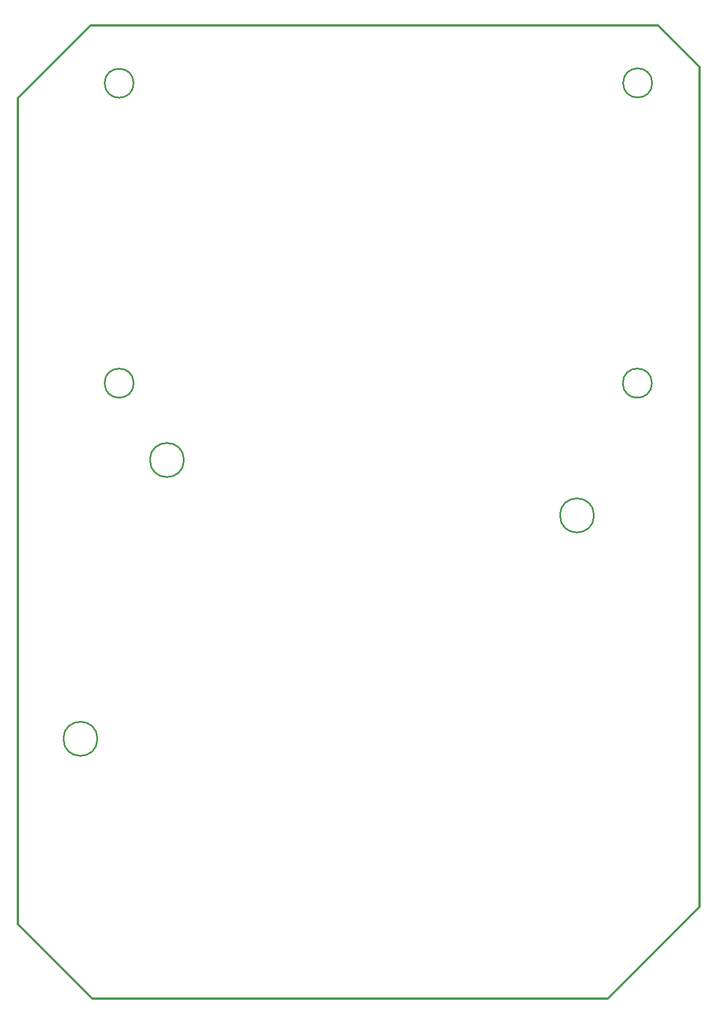
<source format=gm1>
G04*
G04 #@! TF.GenerationSoftware,Altium Limited,Altium Designer,24.5.2 (23)*
G04*
G04 Layer_Color=255*
%FSLAX25Y25*%
%MOIN*%
G70*
G04*
G04 #@! TF.SameCoordinates,EA20CDAA-E86A-485A-94B0-CAF5119035BD*
G04*
G04*
G04 #@! TF.FilePolarity,Positive*
G04*
G01*
G75*
%ADD28C,0.01000*%
%ADD29C,0.01200*%
G54D28*
X-80257Y461614D02*
G03*
X-80257Y461614I-8373J0D01*
G01*
X-80210Y288386D02*
G03*
X-80210Y288386I-8420J0D01*
G01*
X219504Y461744D02*
G03*
X219504Y461744I-8421J0D01*
G01*
X219319Y288386D02*
G03*
X219319Y288386I-8421J0D01*
G01*
X-101157Y83000D02*
G03*
X-101157Y83000I-9843J0D01*
G01*
X-51157Y244000D02*
G03*
X-51157Y244000I-9843J0D01*
G01*
X185843Y212000D02*
G03*
X185843Y212000I-9843J0D01*
G01*
G54D29*
X-105000Y495000D02*
X223000D01*
X234000Y484000D01*
X247000Y471000D01*
Y-14000D02*
Y471000D01*
X-147000Y-24000D02*
Y11000D01*
Y-24000D02*
X-104000Y-67000D01*
X194000D01*
X247000Y-14000D01*
X-147000Y453000D02*
X-105000Y495000D01*
X-147000Y11000D02*
Y453000D01*
M02*

</source>
